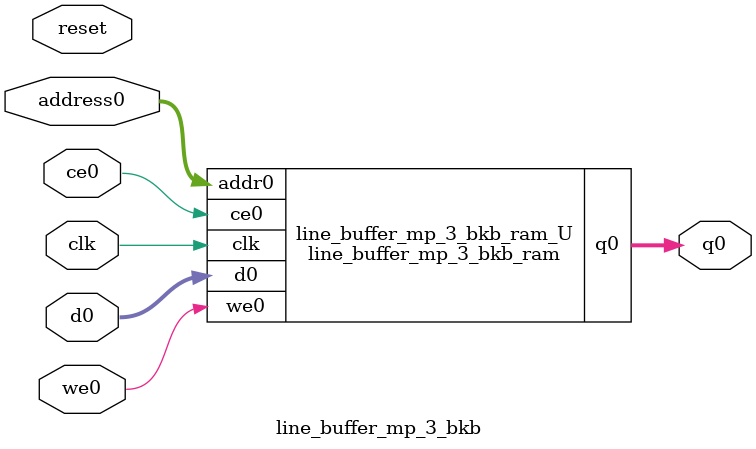
<source format=v>

`timescale 1 ns / 1 ps
module line_buffer_mp_3_bkb_ram (addr0, ce0, d0, we0, q0,  clk);

parameter DWIDTH = 16;
parameter AWIDTH = 13;
parameter MEM_SIZE = 8064;

input[AWIDTH-1:0] addr0;
input ce0;
input[DWIDTH-1:0] d0;
input we0;
output reg[DWIDTH-1:0] q0;
input clk;

(* ram_style = "block" *)reg [DWIDTH-1:0] ram[0:MEM_SIZE-1];




always @(posedge clk)  
begin 
    if (ce0) 
    begin
        if (we0) 
        begin 
            ram[addr0] <= d0; 
            q0 <= d0;
        end 
        else 
            q0 <= ram[addr0];
    end
end


endmodule


`timescale 1 ns / 1 ps
module line_buffer_mp_3_bkb(
    reset,
    clk,
    address0,
    ce0,
    we0,
    d0,
    q0);

parameter DataWidth = 32'd16;
parameter AddressRange = 32'd8064;
parameter AddressWidth = 32'd13;
input reset;
input clk;
input[AddressWidth - 1:0] address0;
input ce0;
input we0;
input[DataWidth - 1:0] d0;
output[DataWidth - 1:0] q0;



line_buffer_mp_3_bkb_ram line_buffer_mp_3_bkb_ram_U(
    .clk( clk ),
    .addr0( address0 ),
    .ce0( ce0 ),
    .d0( d0 ),
    .we0( we0 ),
    .q0( q0 ));

endmodule


</source>
